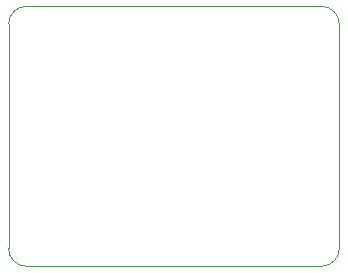
<source format=gm1>
G04 #@! TF.GenerationSoftware,KiCad,Pcbnew,(5.1.5-0-10_14)*
G04 #@! TF.CreationDate,2020-04-11T19:26:15-04:00*
G04 #@! TF.ProjectId,crazyflie-usd-spi3,6372617a-7966-46c6-9965-2d7573642d73,rev?*
G04 #@! TF.SameCoordinates,Original*
G04 #@! TF.FileFunction,Profile,NP*
%FSLAX46Y46*%
G04 Gerber Fmt 4.6, Leading zero omitted, Abs format (unit mm)*
G04 Created by KiCad (PCBNEW (5.1.5-0-10_14)) date 2020-04-11 19:26:15*
%MOMM*%
%LPD*%
G04 APERTURE LIST*
%ADD10C,0.050000*%
G04 APERTURE END LIST*
D10*
X162000000Y-57000000D02*
G75*
G02X163500000Y-58500000I0J-1500000D01*
G01*
X135500000Y-58500000D02*
G75*
G02X137000000Y-57000000I1500000J0D01*
G01*
X163500000Y-77500000D02*
G75*
G02X162000000Y-79000000I-1500000J0D01*
G01*
X137000000Y-79000000D02*
G75*
G02X135500000Y-77500000I0J1500000D01*
G01*
X162000000Y-57000000D02*
X137000000Y-57000000D01*
X163500000Y-77500000D02*
X163500000Y-58500000D01*
X137000000Y-79000000D02*
X162000000Y-79000000D01*
X135500000Y-58500000D02*
X135500000Y-77500000D01*
M02*

</source>
